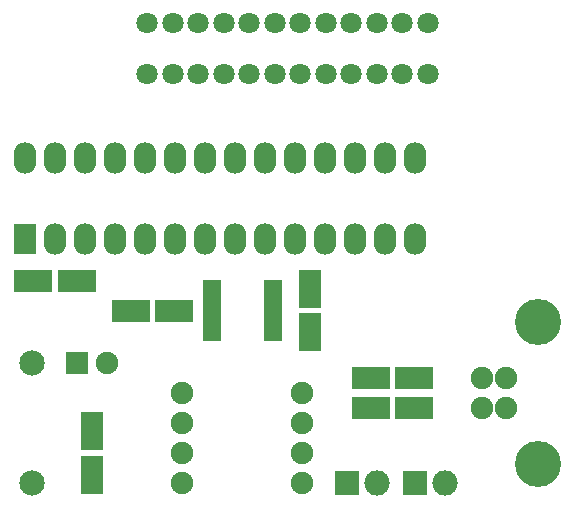
<source format=gbr>
G04 #@! TF.FileFunction,Soldermask,Top*
%FSLAX46Y46*%
G04 Gerber Fmt 4.6, Leading zero omitted, Abs format (unit mm)*
G04 Created by KiCad (PCBNEW 4.0.5+dfsg1-4~bpo8+1) date Mon May  8 03:03:41 2017*
%MOMM*%
%LPD*%
G01*
G04 APERTURE LIST*
%ADD10C,0.100000*%
%ADD11R,3.295600X1.898600*%
%ADD12R,1.898600X3.295600*%
%ADD13R,1.898600X1.898600*%
%ADD14O,1.898600X1.898600*%
%ADD15R,1.898600X2.647900*%
%ADD16O,1.898600X2.647900*%
%ADD17C,1.797000*%
%ADD18C,1.901140*%
%ADD19C,3.900120*%
%ADD20R,1.600000X0.800000*%
%ADD21R,2.152600X2.152600*%
%ADD22O,2.152600X2.152600*%
%ADD23C,2.152600*%
G04 APERTURE END LIST*
D10*
D11*
X97218500Y-80645000D03*
X100901500Y-80645000D03*
D12*
X102235000Y-97091500D03*
X102235000Y-93408500D03*
D13*
X100965000Y-87630000D03*
D14*
X103505000Y-87630000D03*
D11*
X129476500Y-88900000D03*
X125793500Y-88900000D03*
X129476500Y-91440000D03*
X125793500Y-91440000D03*
D12*
X120650000Y-85026500D03*
X120650000Y-81343500D03*
D11*
X109156500Y-83185000D03*
X105473500Y-83185000D03*
D15*
X96520000Y-77095350D03*
D16*
X99060000Y-77095350D03*
X101600000Y-77095350D03*
X104140000Y-77095350D03*
X104140000Y-70224650D03*
X101600000Y-70224650D03*
X99060000Y-70224650D03*
X96520000Y-70224650D03*
X106680000Y-77095350D03*
X109220000Y-77095350D03*
X111760000Y-77095350D03*
X106680000Y-70224650D03*
X109220000Y-70224650D03*
X111760000Y-70224650D03*
X114300000Y-77095350D03*
X116840000Y-77095350D03*
X119380000Y-77095350D03*
X121920000Y-77095350D03*
X124460000Y-77095350D03*
X127000000Y-77095350D03*
X129540000Y-77095350D03*
X114300000Y-70224650D03*
X116840000Y-70224650D03*
X119380000Y-70224650D03*
X121920000Y-70224650D03*
X124460000Y-70224650D03*
X127000000Y-70224650D03*
X129540000Y-70224650D03*
D17*
X119824500Y-63106300D03*
X121983500Y-63106300D03*
X115506500Y-63106300D03*
X117665500Y-63106300D03*
X119824500Y-58813700D03*
X117665500Y-58813700D03*
X115506500Y-58813700D03*
X121983500Y-58813700D03*
X113347500Y-63106300D03*
X111188500Y-63106300D03*
X109029500Y-63106300D03*
X106870500Y-63106300D03*
X113347500Y-58813700D03*
X111188500Y-58813700D03*
X109029500Y-58813700D03*
X106870500Y-58813700D03*
X124142500Y-63106300D03*
X126301500Y-63106300D03*
X128460500Y-63106300D03*
X130619500Y-63106300D03*
X124142500Y-58813700D03*
X126301500Y-58813700D03*
X128460500Y-58813700D03*
X130619500Y-58813700D03*
D18*
X137236200Y-91414600D03*
X137236200Y-88925400D03*
X135229600Y-88925400D03*
X135229600Y-91414600D03*
D19*
X139954000Y-96189800D03*
X139954000Y-84150200D03*
D14*
X109855000Y-90170000D03*
X120015000Y-90170000D03*
X109855000Y-92710000D03*
X120015000Y-92710000D03*
X120015000Y-95250000D03*
X109855000Y-95250000D03*
X120015000Y-97790000D03*
X109855000Y-97790000D03*
D20*
X112335000Y-80962500D03*
X112335000Y-81597500D03*
X112335000Y-82232500D03*
X112335000Y-82867500D03*
X112335000Y-83502500D03*
X112335000Y-84137500D03*
X112335000Y-84772500D03*
X112335000Y-85407500D03*
X117535000Y-85407500D03*
X117535000Y-84772500D03*
X117535000Y-84137500D03*
X117535000Y-83502500D03*
X117535000Y-82867500D03*
X117535000Y-82232500D03*
X117535000Y-81597500D03*
X117535000Y-80962500D03*
D21*
X129540000Y-97790000D03*
D22*
X132080000Y-97790000D03*
D21*
X123825000Y-97790000D03*
D22*
X126365000Y-97790000D03*
D23*
X97155000Y-97790000D03*
X97155000Y-87630000D03*
M02*

</source>
